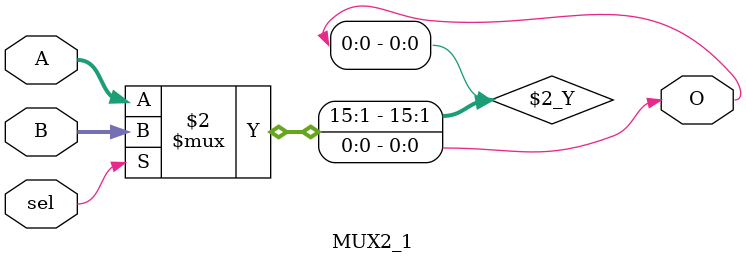
<source format=v>
`timescale 1ns / 1ps


module MUX2_1(
    A,
    B,
    sel,
    O
    );
    parameter N = 16;

    input [N-1:0] A;
    input [N-1:0] B;
    input sel;
    output O;

    assign O = (sel == 0) ? A : B;

endmodule

</source>
